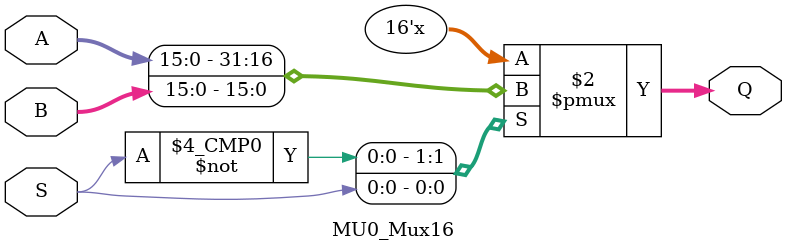
<source format=sv>

`timescale 1ns/100ps
 

// module definition

module MU0_Mux16 (
input  logic  [15:0] A, 
input  logic  [15:0] B, 
input  logic         S, 
output logic  [15:0]  Q
);


localparam zero = 1'b0;
localparam one = 1'b1;

// Combinatorial logic for 2to1 multiplexor
// S is select, A channel0, B channel1
always_comb
begin
	case(S)			
		zero: Q = A;	//IF S == 0 THEN Q = A 
		one: Q = B;	//IF S == 0 THEN Q = B
		default: Q = 16'hxxxx;
	endcase
end








endmodule 
 

</source>
